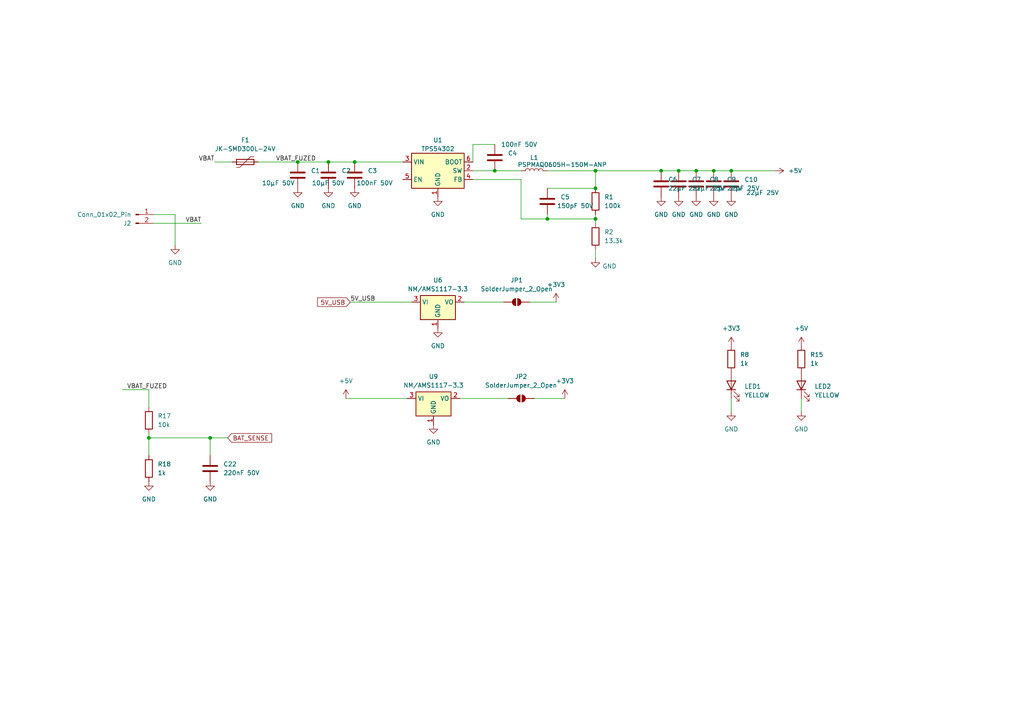
<source format=kicad_sch>
(kicad_sch (version 20231120) (generator "eeschema") (generator_version "8.0")
  (paper "A4")
  (lib_symbols
    (symbol "Connector:Conn_01x02_Pin" (pin_names (offset 1.016) hide)
      (property "Reference" "J" (at 0 2.54 0))
      (property "Value" "Conn_01x02_Pin" (at 0 -5.08 0))
      (symbol "Conn_01x02_Pin_1_1"
        (polyline (pts (xy 1.27 -2.54) (xy 0.8636 -2.54)) (stroke (width 0.1524)))
        (polyline (pts (xy 1.27 0) (xy 0.8636 0)) (stroke (width 0.1524)))
        (rectangle (start 0.8636 -2.413) (end 0 -2.667) (stroke (width 0.1524)) (fill (type outline)))
        (rectangle (start 0.8636 0.127) (end 0 -0.127) (stroke (width 0.1524)) (fill (type outline)))
        (pin passive line (at 5.08 0 180) (length 3.81) (name "Pin_1") (number "1"))
        (pin passive line (at 5.08 -2.54 180) (length 3.81) (name "Pin_2") (number "2"))
      )
    )
    (symbol "Device:C" (pin_numbers hide) (pin_names (offset 0.254))
      (property "Reference" "C" (at 0.635 2.54 0))
      (property "Value" "C" (at 0.635 -2.54 0))
      (symbol "C_0_1"
        (polyline (pts (xy -2.032 -0.762) (xy 2.032 -0.762)) (stroke (width 0.508)))
        (polyline (pts (xy -2.032 0.762) (xy 2.032 0.762)) (stroke (width 0.508)))
      )
      (symbol "C_1_1"
        (pin passive line (at 0 3.81 270) (length 2.794) (name "~") (number "1"))
        (pin passive line (at 0 -3.81 90) (length 2.794) (name "~") (number "2"))
      )
    )
    (symbol "Device:L" (pin_numbers hide) (pin_names (offset 1.016) hide)
      (property "Reference" "L" (at -1.27 0 90))
      (property "Value" "L" (at 1.905 0 90))
      (symbol "L_0_1"
        (arc (start 0 -2.54) (mid 0.6323 -1.905) (end 0 -1.27))
        (arc (start 0 -1.27) (mid 0.6323 -0.635) (end 0 0))
        (arc (start 0 0) (mid 0.6323 0.635) (end 0 1.27))
        (arc (start 0 1.27) (mid 0.6323 1.905) (end 0 2.54))
      )
      (symbol "L_1_1"
        (pin passive line (at 0 3.81 270) (length 1.27) (name "1") (number "1"))
        (pin passive line (at 0 -3.81 90) (length 1.27) (name "2") (number "2"))
      )
    )
    (symbol "Device:LED" (pin_numbers hide) (pin_names (offset 1.016) hide)
      (property "Reference" "D" (at 0 2.54 0))
      (property "Value" "LED" (at 0 -2.54 0))
      (symbol "LED_0_1"
        (polyline (pts (xy -1.27 -1.27) (xy -1.27 1.27)) (stroke (width 0.254)))
        (polyline (pts (xy -1.27 0) (xy 1.27 0)))
        (polyline (pts (xy 1.27 -1.27) (xy 1.27 1.27) (xy -1.27 0) (xy 1.27 -1.27)) (stroke (width 0.254)))
        (polyline (pts (xy -3.048 -0.762) (xy -4.572 -2.286) (xy -3.81 -2.286) (xy -4.572 -2.286) (xy -4.572 -1.524)))
        (polyline (pts (xy -1.778 -0.762) (xy -3.302 -2.286) (xy -2.54 -2.286) (xy -3.302 -2.286) (xy -3.302 -1.524)))
      )
      (symbol "LED_1_1"
        (pin passive line (at -3.81 0 0) (length 2.54) (name "K") (number "1"))
        (pin passive line (at 3.81 0 180) (length 2.54) (name "A") (number "2"))
      )
    )
    (symbol "Device:Polyfuse" (pin_numbers hide) (pin_names (offset 0))
      (property "Reference" "F" (at -2.54 0 90))
      (property "Value" "Polyfuse" (at 2.54 0 90))
      (symbol "Polyfuse_0_1"
        (rectangle (start -0.762 2.54) (end 0.762 -2.54) (stroke (width 0.254)))
        (polyline (pts (xy 0 2.54) (xy 0 -2.54)))
        (polyline (pts (xy -1.524 2.54) (xy -1.524 1.524) (xy 1.524 -1.524) (xy 1.524 -2.54)))
      )
      (symbol "Polyfuse_1_1"
        (pin passive line (at 0 3.81 270) (length 1.27) (name "~") (number "1"))
        (pin passive line (at 0 -3.81 90) (length 1.27) (name "~") (number "2"))
      )
    )
    (symbol "Device:R" (pin_numbers hide) (pin_names (offset 0))
      (property "Reference" "R" (at 2.032 0 90))
      (property "Value" "R" (at 0 0 90))
      (symbol "R_0_1"
        (rectangle (start -1.016 -2.54) (end 1.016 2.54) (stroke (width 0.254)))
      )
      (symbol "R_1_1"
        (pin passive line (at 0 3.81 270) (length 1.27) (name "~") (number "1"))
        (pin passive line (at 0 -3.81 90) (length 1.27) (name "~") (number "2"))
      )
    )
    (symbol "Jumper:SolderJumper_2_Open" (pin_numbers hide) (pin_names (offset 0) hide) (exclude_from_sim yes) (in_bom no)
      (property "Reference" "JP" (at 0 2.032 0))
      (property "Value" "SolderJumper_2_Open" (at 0 -2.54 0))
      (symbol "SolderJumper_2_Open_0_1"
        (arc (start -0.254 1.016) (mid -1.2656 0) (end -0.254 -1.016))
        (arc (start -0.254 1.016) (mid -1.2656 0) (end -0.254 -1.016) (fill (type outline)))
        (polyline (pts (xy -0.254 1.016) (xy -0.254 -1.016)))
        (polyline (pts (xy 0.254 1.016) (xy 0.254 -1.016)))
        (arc (start 0.254 -1.016) (mid 1.2656 0) (end 0.254 1.016))
        (arc (start 0.254 -1.016) (mid 1.2656 0) (end 0.254 1.016) (fill (type outline)))
      )
      (symbol "SolderJumper_2_Open_1_1"
        (pin passive line (at -3.81 0 0) (length 2.54) (name "A") (number "1"))
        (pin passive line (at 3.81 0 180) (length 2.54) (name "B") (number "2"))
      )
    )
    (symbol "Regulator_Linear:AMS1117-3.3"
      (property "Reference" "U" (at -3.81 3.175 0))
      (property "Value" "AMS1117-3.3" (at 0 3.175 0))
      (symbol "AMS1117-3.3_0_1"
        (rectangle (start -5.08 -5.08) (end 5.08 1.905) (stroke (width 0.254)) (fill (type background)))
      )
      (symbol "AMS1117-3.3_1_1"
        (pin power_in line (at 0 -7.62 90) (length 2.54) (name "GND") (number "1"))
        (pin power_out line (at 7.62 0 180) (length 2.54) (name "VO") (number "2"))
        (pin power_in line (at -7.62 0 0) (length 2.54) (name "VI") (number "3"))
      )
    )
    (symbol "Regulator_Switching:TPS54302"
      (property "Reference" "U" (at -7.62 6.35 0))
      (property "Value" "TPS54302" (at 0 6.35 0))
      (symbol "TPS54302_0_1"
        (rectangle (start -7.62 5.08) (end 7.62 -5.08) (stroke (width 0.254)) (fill (type background)))
      )
      (symbol "TPS54302_1_1"
        (pin power_in line (at 0 -7.62 90) (length 2.54) (name "GND") (number "1"))
        (pin power_out line (at 10.16 0 180) (length 2.54) (name "SW") (number "2"))
        (pin power_in line (at -10.16 2.54 0) (length 2.54) (name "VIN") (number "3"))
        (pin input line (at 10.16 -2.54 180) (length 2.54) (name "FB") (number "4"))
        (pin input line (at -10.16 -2.54 0) (length 2.54) (name "EN") (number "5"))
        (pin passive line (at 10.16 2.54 180) (length 2.54) (name "BOOT") (number "6"))
      )
    )
    (symbol "power:+3V3" (power) (pin_names (offset 0))
      (property "Value" "+3V3" (at 0 3.556 0))
      (symbol "+3V3_0_1"
        (polyline (pts (xy -0.762 1.27) (xy 0 2.54)))
        (polyline (pts (xy 0 0) (xy 0 2.54)))
        (polyline (pts (xy 0 2.54) (xy 0.762 1.27)))
      )
      (symbol "+3V3_1_1"
        (pin power_in line (at 0 0 90) (length 0) hide (name "+3V3") (number "1"))
      )
    )
    (symbol "power:+5V" (power) (pin_numbers hide) (pin_names (offset 0) hide)
      (property "Value" "+5V" (at 0 3.556 0))
      (symbol "+5V_0_1"
        (polyline (pts (xy -0.762 1.27) (xy 0 2.54)))
        (polyline (pts (xy 0 0) (xy 0 2.54)))
        (polyline (pts (xy 0 2.54) (xy 0.762 1.27)))
      )
      (symbol "+5V_1_1"
        (pin power_in line (at 0 0 90) (length 0) (name "~") (number "1"))
      )
    )
    (symbol "power:GND" (power) (pin_numbers hide) (pin_names (offset 0) hide)
      (property "Value" "GND" (at 0 -3.81 0))
      (symbol "GND_0_1"
        (polyline (pts (xy 0 0) (xy 0 -1.27) (xy 1.27 -1.27) (xy 0 -2.54) (xy -1.27 -1.27) (xy 0 -1.27)))
      )
      (symbol "GND_1_1"
        (pin power_in line (at 0 0 270) (length 0) (name "~") (number "1"))
      )
    )
  )
  (junction (at 95.25 46.99))
  (junction (at 143.51 -45.72))
  (junction (at 35.56 -48.26))
  (junction (at 172.72 54.61))
  (junction (at 212.09 49.53))
  (junction (at 128.27 -45.72))
  (junction (at 207.01 49.53))
  (junction (at 123.19 -45.72))
  (junction (at 172.72 63.5))
  (junction (at 114.3 -33.02))
  (junction (at 158.75 63.5))
  (junction (at 133.35 -45.72))
  (junction (at 114.3 -24.13))
  (junction (at 100.33 -24.13))
  (junction (at 201.93 49.53))
  (junction (at 60.96 127))
  (junction (at 43.18 127))
  (junction (at 40.64 -48.26))
  (junction (at 114.3 -45.72))
  (junction (at 196.85 49.53))
  (junction (at 191.77 49.53))
  (junction (at 102.87 46.99))
  (junction (at 138.43 -45.72))
  (junction (at 143.51 49.53))
  (junction (at 45.72 -48.26))
  (junction (at 83.82 -45.72))
  (junction (at 172.72 49.53))
  (junction (at 86.36 46.99))
  (wire (pts (xy 133.35 115.57) (xy 147.32 115.57)))
  (wire (pts (xy 35.56 -48.26) (xy 40.64 -48.26)))
  (wire (pts (xy 137.16 41.91) (xy 143.51 41.91)))
  (wire (pts (xy 35.56 113.03) (xy 43.18 113.03)))
  (wire (pts (xy 196.85 49.53) (xy 201.93 49.53)))
  (wire (pts (xy 134.62 87.63) (xy 146.05 87.63)))
  (wire (pts (xy 114.3 -45.72) (xy 123.19 -45.72)))
  (wire (pts (xy 95.25 46.99) (xy 102.87 46.99)))
  (wire (pts (xy 62.23 46.99) (xy 67.31 46.99)))
  (wire (pts (xy 100.33 -24.13) (xy 114.3 -24.13)))
  (wire (pts (xy 114.3 -24.13) (xy 114.3 -25.4)))
  (wire (pts (xy 83.82 -45.72) (xy 93.98 -45.72)))
  (wire (pts (xy 101.6 87.63) (xy 119.38 87.63)))
  (wire (pts (xy 191.77 49.53) (xy 196.85 49.53)))
  (wire (pts (xy 151.13 52.07) (xy 151.13 63.5)))
  (wire (pts (xy 172.72 49.53) (xy 191.77 49.53)))
  (wire (pts (xy 212.09 49.53) (xy 224.79 49.53)))
  (wire (pts (xy 50.8 62.23) (xy 44.45 62.23)))
  (wire (pts (xy 40.64 -48.26) (xy 45.72 -48.26)))
  (wire (pts (xy 212.09 119.38) (xy 212.09 115.57)))
  (wire (pts (xy 232.41 119.38) (xy 232.41 115.57)))
  (wire (pts (xy 43.18 127) (xy 60.96 127)))
  (wire (pts (xy 123.19 -45.72) (xy 128.27 -45.72)))
  (wire (pts (xy 114.3 -24.13) (xy 114.3 -22.86)))
  (wire (pts (xy 114.3 -45.72) (xy 114.3 -33.02)))
  (wire (pts (xy 45.72 -48.26) (xy 59.69 -48.26)))
  (wire (pts (xy 158.75 63.5) (xy 151.13 63.5)))
  (wire (pts (xy 43.18 118.11) (xy 43.18 113.03)))
  (wire (pts (xy 133.35 -45.72) (xy 138.43 -45.72)))
  (wire (pts (xy 60.96 127) (xy 60.96 132.08)))
  (wire (pts (xy 102.87 46.99) (xy 116.84 46.99)))
  (wire (pts (xy 201.93 49.53) (xy 207.01 49.53)))
  (wire (pts (xy 20.32 -48.26) (xy 35.56 -48.26)))
  (wire (pts (xy 80.01 -48.26) (xy 80.01 -53.34)))
  (wire (pts (xy 158.75 49.53) (xy 172.72 49.53)))
  (wire (pts (xy 50.8 71.12) (xy 50.8 62.23)))
  (wire (pts (xy 143.51 49.53) (xy 151.13 49.53)))
  (wire (pts (xy 172.72 74.93) (xy 172.72 72.39)))
  (wire (pts (xy 158.75 54.61) (xy 172.72 54.61)))
  (wire (pts (xy 153.67 87.63) (xy 161.29 87.63)))
  (wire (pts (xy 172.72 63.5) (xy 172.72 64.77)))
  (wire (pts (xy 172.72 49.53) (xy 172.72 54.61)))
  (wire (pts (xy 151.13 52.07) (xy 137.16 52.07)))
  (wire (pts (xy 143.51 -45.72) (xy 190.5 -45.72)))
  (wire (pts (xy 137.16 46.99) (xy 137.16 41.91)))
  (wire (pts (xy 43.18 125.73) (xy 43.18 127)))
  (wire (pts (xy 80.01 -43.18) (xy 80.01 -24.13)))
  (wire (pts (xy 74.93 46.99) (xy 86.36 46.99)))
  (wire (pts (xy 100.33 115.57) (xy 118.11 115.57)))
  (wire (pts (xy 207.01 49.53) (xy 212.09 49.53)))
  (wire (pts (xy 158.75 63.5) (xy 172.72 63.5)))
  (wire (pts (xy 137.16 49.53) (xy 143.51 49.53)))
  (wire (pts (xy 154.94 115.57) (xy 163.83 115.57)))
  (wire (pts (xy 128.27 -45.72) (xy 133.35 -45.72)))
  (wire (pts (xy 86.36 46.99) (xy 95.25 46.99)))
  (wire (pts (xy 101.6 -45.72) (xy 114.3 -45.72)))
  (wire (pts (xy 158.75 62.23) (xy 158.75 63.5)))
  (wire (pts (xy 172.72 63.5) (xy 172.72 62.23)))
  (wire (pts (xy 138.43 -45.72) (xy 143.51 -45.72)))
  (wire (pts (xy 100.33 -33.02) (xy 114.3 -33.02)))
  (wire (pts (xy 80.01 -53.34) (xy 83.82 -53.34)))
  (wire (pts (xy 80.01 -24.13) (xy 100.33 -24.13)))
  (wire (pts (xy 60.96 127) (xy 66.04 127)))
  (wire (pts (xy 58.42 64.77) (xy 44.45 64.77)))
  (wire (pts (xy 100.33 -25.4) (xy 100.33 -24.13)))
  (wire (pts (xy 114.3 -12.7) (xy 114.3 -15.24)))
  (wire (pts (xy 80.01 -45.72) (xy 83.82 -45.72)))
  (wire (pts (xy 43.18 127) (xy 43.18 132.08)))
  (rectangle (start 3.81 -62.23) (end 205.74 -5.08))
  (text "not in the circuit" (at 12.446 -60.452 0) (effects (font (size 1.27 1.27))))
  (label "VBAT" (at 58.42 64.77 180))
  (label "VBAT" (at 62.23 46.99 180))
  (label "VBAT_FUZED" (at 80.01 46.99 0))
  (label "VBAT" (at 20.32 -48.26 180))
  (label "VBAT_FUZED" (at 36.83 113.03 0))
  (label "5V_USB" (at 101.6 87.63 0))
  (global_label "5V_USB" (shape input) (at 101.6 87.63 180) (property "Intersheetrefs" "${INTERSHEET_REFS}" (effects (hide yes))))
  (global_label "BAT_SENSE" (shape input) (at 66.04 127 0) (property "Intersheetrefs" "${INTERSHEET_REFS}" (effects (hide yes))))
  (symbol (lib_id "Connector:Conn_01x02_Pin") (at 39.37 62.23 0) (unit 1) (in_bom no)
    (property "Reference" "J2" (at 38.1 64.7701 0) (effects (justify right)))
    (property "Value" "Conn_01x02_Pin" (at 38.1 62.2301 0) (effects (justify right)))
    (property "Footprint" "Connector_AMASS:AMASS_XT30U-F_1x02_P5.0mm_Vertical" (effects (hide yes)))
    (property "Description" "Generic connector, single row, 01x02, script generated" (effects (hide yes)))
  )
  (symbol (lib_id "power:GND") (at 125.73 123.19 0) (unit 1)
    (property "Reference" "#PWR091" (effects (hide yes)))
    (property "Value" "GND" (at 125.73 128.27 0))
  )
  (symbol (lib_id "power:GND") (at 207.01 57.15 0) (unit 1)
    (property "Reference" "#PWR010" (effects (hide yes)))
    (property "Value" "GND" (at 207.01 62.23 0))
  )
  (symbol (lib_id "power:GND") (at 35.56 -40.64 0) (unit 1) (on_board no)
    (property "Reference" "#PWR026" (effects (hide yes)))
    (property "Value" "GND" (at 35.56 -35.56 0))
  )
  (symbol (lib_id "Device:C") (at 143.51 -41.91 0) (unit 1) (on_board no)
    (property "Reference" "C20" (at 147.32 -43.18 0) (effects (justify left)))
    (property "Value" "47µF 6.3V" (at 147.32 -40.64 0) (effects (justify left)))
    (property "Footprint" "Capacitor_SMD:C_0805_2012Metric" (effects (hide yes)))
  )
  (symbol (lib_id "Device:C") (at 123.19 -41.91 0) (unit 1) (on_board no)
    (property "Reference" "C16" (at 127 -43.18 0) (effects (justify left)))
    (property "Value" "47µF 6.3V" (at 127 -40.64 0) (effects (justify left)))
    (property "Footprint" "Capacitor_SMD:C_0805_2012Metric" (effects (hide yes)))
  )
  (symbol (lib_id "Regulator_Switching:TPS54302") (at 69.85 -45.72 0) (unit 1) (on_board no)
    (property "Reference" "U4" (at 69.85 -54.61 0))
    (property "Value" "TPS54302" (at 69.85 -52.07 0))
    (property "Footprint" "Package_TO_SOT_SMD:SOT-23-6" (effects (hide yes)))
    (property "Datasheet" "http://www.ti.com/lit/ds/symlink/tps54302.pdf" (effects (hide yes)))
  )
  (symbol (lib_id "power:GND") (at 95.25 54.61 0) (unit 1)
    (property "Reference" "#PWR03" (effects (hide yes)))
    (property "Value" "GND" (at 95.25 59.69 0))
  )
  (symbol (lib_id "Device:LED") (at 212.09 111.76 90) (unit 1)
    (property "Reference" "LED1" (at 215.9 112.0775 90) (effects (justify right)))
    (property "Value" "YELLOW" (at 215.9 114.6175 90) (effects (justify right)))
    (property "Footprint" "LED_SMD:LED_0805_2012Metric" (effects (hide yes)))
  )
  (symbol (lib_id "Device:R") (at 114.3 -29.21 0) (unit 1) (on_board no)
    (property "Reference" "R9" (at 116.84 -30.4801 0) (effects (justify left)))
    (property "Value" "100k" (at 116.84 -27.9401 0) (effects (justify left)))
    (property "Footprint" "Resistor_SMD:R_0603_1608Metric" (effects (hide yes)))
  )
  (symbol (lib_id "power:GND") (at 212.09 57.15 0) (unit 1)
    (property "Reference" "#PWR011" (effects (hide yes)))
    (property "Value" "GND" (at 212.09 62.23 0))
  )
  (symbol (lib_id "power:GND") (at 102.87 54.61 0) (unit 1)
    (property "Reference" "#PWR04" (effects (hide yes)))
    (property "Value" "GND" (at 102.87 59.69 0))
  )
  (symbol (lib_id "power:+5V") (at 100.33 115.57 0) (unit 1)
    (property "Reference" "#PWR093" (effects (hide yes)))
    (property "Value" "+5V" (at 100.33 110.49 0))
    (property "Description" "Power symbol creates a global label with name \"+5V\"" (effects (hide yes)))
  )
  (symbol (lib_id "Device:C") (at 207.01 53.34 0) (unit 1)
    (property "Reference" "C9" (at 210.82 52.07 0) (effects (justify left)))
    (property "Value" "22µF 25V" (at 210.82 54.61 0) (effects (justify left)))
    (property "Footprint" "Capacitor_SMD:C_0805_2012Metric" (effects (hide yes)))
  )
  (symbol (lib_id "power:+3V3") (at 161.29 87.63 0) (unit 1)
    (property "Reference" "#PWR043" (effects (hide yes)))
    (property "Value" "+3V3" (at 161.29 82.55 0))
  )
  (symbol (lib_id "Device:C") (at 40.64 -44.45 0) (unit 1) (on_board no)
    (property "Reference" "C12" (at 44.45 -45.72 0) (effects (justify left)))
    (property "Value" "22µF 25V" (at 36.068 -40.894 0) (effects (justify left)))
    (property "Footprint" "Capacitor_SMD:C_0805_2012Metric" (effects (hide yes)))
  )
  (symbol (lib_id "Regulator_Linear:AMS1117-3.3") (at 125.73 115.57 0) (unit 1)
    (property "Reference" "U9" (at 125.73 109.22 0))
    (property "Value" "NM/AMS1117-3.3" (at 125.73 111.76 0))
    (property "Footprint" "Package_TO_SOT_SMD:SOT-223-3_TabPin2" (effects (hide yes)))
    (property "Datasheet" "http://www.advanced-monolithic.com/pdf/ds1117.pdf" (effects (hide yes)))
  )
  (symbol (lib_id "Device:Polyfuse") (at 71.12 46.99 90) (unit 1)
    (property "Reference" "F1" (at 71.12 40.64 90))
    (property "Value" "JK-SMD300L-24V" (at 71.12 43.18 90))
    (property "Footprint" "Fuse:Fuse_2920_7451Metric" (effects (hide yes)))
    (property "Description" "Resettable fuse, polymeric positive temperature coefficient" (effects (hide yes)))
  )
  (symbol (lib_id "power:+3V3") (at 190.5 -45.72 270) (unit 1) (on_board no)
    (property "Reference" "#PWR036" (effects (hide yes)))
    (property "Value" "+3V3" (at 194.31 -45.7201 90) (effects (justify left)))
  )
  (symbol (lib_id "Device:C") (at 45.72 -44.45 0) (unit 1) (on_board no)
    (property "Reference" "C13" (at 49.53 -45.72 0) (effects (justify left)))
    (property "Value" "22µF 25V" (at 46.482 -40.64 0) (effects (justify left)))
    (property "Footprint" "Capacitor_SMD:C_0805_2012Metric" (effects (hide yes)))
  )
  (symbol (lib_id "power:GND") (at 196.85 57.15 0) (unit 1)
    (property "Reference" "#PWR08" (effects (hide yes)))
    (property "Value" "GND" (at 196.85 62.23 0))
  )
  (symbol (lib_id "power:GND") (at 86.36 54.61 0) (unit 1)
    (property "Reference" "#PWR02" (effects (hide yes)))
    (property "Value" "GND" (at 86.36 59.69 0))
  )
  (symbol (lib_id "power:+3V3") (at 163.83 115.57 0) (unit 1)
    (property "Reference" "#PWR092" (effects (hide yes)))
    (property "Value" "+3V3" (at 163.83 110.49 0))
  )
  (symbol (lib_id "Device:C") (at 86.36 50.8 0) (unit 1)
    (property "Reference" "C1" (at 90.17 49.53 0) (effects (justify left)))
    (property "Value" "10µF 50V" (at 75.946 53.086 0) (effects (justify left)))
    (property "Footprint" "Capacitor_SMD:C_1206_3216Metric" (effects (hide yes)))
  )
  (symbol (lib_id "power:GND") (at 143.51 -38.1 0) (unit 1) (on_board no)
    (property "Reference" "#PWR035" (effects (hide yes)))
    (property "Value" "GND" (at 143.51 -33.02 0))
  )
  (symbol (lib_id "power:+3V3") (at 232.41 100.33 0) (unit 1)
    (property "Reference" "#PWR058" (effects (hide yes)))
    (property "Value" "+5V" (at 232.41 95.25 0))
  )
  (symbol (lib_id "Device:C") (at 83.82 -49.53 0) (unit 1) (on_board no)
    (property "Reference" "C14" (at 84.328 -55.372 0) (effects (justify left)))
    (property "Value" "220nF 50V" (at 85.598 -51.816 0) (effects (justify left)))
    (property "Footprint" "Capacitor_SMD:C_0402_1005Metric" (effects (hide yes)))
  )
  (symbol (lib_id "Device:L") (at 154.94 49.53 90) (unit 1)
    (property "Reference" "L1" (at 154.94 45.72 90))
    (property "Value" "PSPMAQ0605H-150M-ANP" (at 163.068 47.752 90))
    (property "Footprint" "7Robot_lib:Prod_Tech_7.1x6.6mm" (effects (hide yes)))
  )
  (symbol (lib_id "power:GND") (at 40.64 -40.64 0) (unit 1) (on_board no)
    (property "Reference" "#PWR027" (effects (hide yes)))
    (property "Value" "GND" (at 40.64 -35.56 0))
  )
  (symbol (lib_id "Device:C") (at 212.09 53.34 0) (unit 1)
    (property "Reference" "C10" (at 215.9 52.07 0) (effects (justify left)))
    (property "Value" "22µF 25V" (at 216.408 55.88 0) (effects (justify left)))
    (property "Footprint" "Capacitor_SMD:C_0805_2012Metric" (effects (hide yes)))
  )
  (symbol (lib_id "Device:C") (at 100.33 -29.21 0) (unit 1) (on_board no)
    (property "Reference" "C15" (at 104.14 -30.4801 0) (effects (justify left)))
    (property "Value" "150pF 50V" (at 103.124 -27.94 0) (effects (justify left)))
    (property "Footprint" "Capacitor_SMD:C_1206_3216Metric" (effects (hide yes)))
  )
  (symbol (lib_id "power:GND") (at 128.27 -38.1 0) (unit 1) (on_board no)
    (property "Reference" "#PWR032" (effects (hide yes)))
    (property "Value" "GND" (at 128.27 -33.02 0))
  )
  (symbol (lib_id "Device:L") (at 97.79 -45.72 90) (unit 1) (on_board no)
    (property "Reference" "L2" (at 97.79 -49.53 90))
    (property "Value" "PSPMAQ0605H-150M-ANP" (at 97.79 -46.99 90))
    (property "Footprint" "7Robot_lib:Prod_Tech_7.1x6.6mm" (effects (hide yes)))
  )
  (symbol (lib_id "Device:C") (at 138.43 -41.91 0) (unit 1) (on_board no)
    (property "Reference" "C19" (at 142.24 -43.18 0) (effects (justify left)))
    (property "Value" "47µF 6.3V" (at 142.24 -40.64 0) (effects (justify left)))
    (property "Footprint" "Capacitor_SMD:C_0805_2012Metric" (effects (hide yes)))
  )
  (symbol (lib_id "Device:LED") (at 232.41 111.76 90) (unit 1)
    (property "Reference" "LED2" (at 236.22 112.0775 90) (effects (justify right)))
    (property "Value" "YELLOW" (at 236.22 114.6175 90) (effects (justify right)))
    (property "Footprint" "LED_SMD:LED_0805_2012Metric" (effects (hide yes)))
  )
  (symbol (lib_id "Device:R") (at 212.09 104.14 180) (unit 1)
    (property "Reference" "R8" (at 214.63 102.87 0) (effects (justify right)))
    (property "Value" "1k" (at 214.63 105.41 0) (effects (justify right)))
    (property "Footprint" "Resistor_SMD:R_0402_1005Metric" (effects (hide yes)))
  )
  (symbol (lib_id "Device:C") (at 95.25 50.8 0) (unit 1)
    (property "Reference" "C2" (at 99.06 49.53 0) (effects (justify left)))
    (property "Value" "10µF 50V" (at 90.424 53.086 0) (effects (justify left)))
    (property "Footprint" "Capacitor_SMD:C_1206_3216Metric" (effects (hide yes)))
  )
  (symbol (lib_id "Device:C") (at 35.56 -44.45 0) (unit 1) (on_board no)
    (property "Reference" "C11" (at 39.37 -45.72 0) (effects (justify left)))
    (property "Value" "22µF 25V" (at 26.162 -40.894 0) (effects (justify left)))
    (property "Footprint" "Capacitor_SMD:C_0805_2012Metric" (effects (hide yes)))
  )
  (symbol (lib_id "Device:C") (at 133.35 -41.91 0) (unit 1) (on_board no)
    (property "Reference" "C18" (at 137.16 -43.18 0) (effects (justify left)))
    (property "Value" "47µF 6.3V" (at 137.16 -40.64 0) (effects (justify left)))
    (property "Footprint" "Capacitor_SMD:C_0805_2012Metric" (effects (hide yes)))
  )
  (symbol (lib_id "power:GND") (at 114.3 -12.7 0) (unit 1) (on_board no)
    (property "Reference" "#PWR030" (effects (hide yes)))
    (property "Value" "GND" (at 114.3 -7.62 0))
  )
  (symbol (lib_id "power:GND") (at 45.72 -40.64 0) (unit 1) (on_board no)
    (property "Reference" "#PWR028" (effects (hide yes)))
    (property "Value" "GND" (at 45.72 -35.56 0))
  )
  (symbol (lib_id "Jumper:SolderJumper_2_Open") (at 151.13 115.57 0) (unit 1) (exclude_from_sim yes) (in_bom no)
    (property "Reference" "JP2" (at 151.13 109.22 0))
    (property "Value" "SolderJumper_2_Open" (at 151.13 111.76 0))
    (property "Footprint" "Jumper:SolderJumper-2_P1.3mm_Open_RoundedPad1.0x1.5mm" (effects (hide yes)))
    (property "Description" "Solder Jumper, 2-pole, open" (effects (hide yes)))
  )
  (symbol (lib_id "Device:R") (at 172.72 68.58 0) (unit 1)
    (property "Reference" "R2" (at 175.26 67.3099 0) (effects (justify left)))
    (property "Value" "13.3k" (at 175.26 69.8499 0) (effects (justify left)))
    (property "Footprint" "Resistor_SMD:R_0603_1608Metric" (effects (hide yes)))
  )
  (symbol (lib_id "power:GND") (at 123.19 -38.1 0) (unit 1) (on_board no)
    (property "Reference" "#PWR031" (effects (hide yes)))
    (property "Value" "GND" (at 123.19 -33.02 0))
  )
  (symbol (lib_id "Device:R") (at 114.3 -19.05 0) (unit 1) (on_board no)
    (property "Reference" "R10" (at 116.84 -20.3201 0) (effects (justify left)))
    (property "Value" "13.3k" (at 116.84 -17.7801 0) (effects (justify left)))
    (property "Footprint" "Resistor_SMD:R_0603_1608Metric" (effects (hide yes)))
  )
  (symbol (lib_id "Device:R") (at 43.18 121.92 180) (unit 1)
    (property "Reference" "R17" (at 45.72 120.6499 0) (effects (justify right)))
    (property "Value" "10k" (at 45.72 123.1899 0) (effects (justify right)))
    (property "Footprint" "Resistor_SMD:R_0402_1005Metric" (effects (hide yes)))
  )
  (symbol (lib_id "power:GND") (at 127 95.25 0) (unit 1)
    (property "Reference" "#PWR041" (effects (hide yes)))
    (property "Value" "GND" (at 127 100.33 0))
  )
  (symbol (lib_id "power:GND") (at 232.41 119.38 0) (unit 1)
    (property "Reference" "#PWR059" (effects (hide yes)))
    (property "Value" "GND" (at 232.41 124.46 0))
  )
  (symbol (lib_id "Device:C") (at 191.77 53.34 0) (unit 1)
    (property "Reference" "C6" (at 193.802 52.07 0) (effects (justify left)))
    (property "Value" "22µF 25V" (at 193.802 54.61 0) (effects (justify left)))
    (property "Footprint" "Capacitor_SMD:C_0805_2012Metric" (effects (hide yes)))
  )
  (symbol (lib_id "power:GND") (at 212.09 119.38 0) (unit 1)
    (property "Reference" "#PWR025" (effects (hide yes)))
    (property "Value" "GND" (at 212.09 124.46 0))
  )
  (symbol (lib_id "power:GND") (at 172.72 74.93 0) (unit 1)
    (property "Reference" "#PWR06" (effects (hide yes)))
    (property "Value" "GND" (at 176.784 77.216 0))
  )
  (symbol (lib_id "power:GND") (at 69.85 -38.1 0) (unit 1) (on_board no)
    (property "Reference" "#PWR029" (effects (hide yes)))
    (property "Value" "GND" (at 69.85 -33.02 0))
  )
  (symbol (lib_id "Device:C") (at 196.85 53.34 0) (unit 1)
    (property "Reference" "C7" (at 200.66 52.07 0) (effects (justify left)))
    (property "Value" "22µF 25V" (at 200.66 54.61 0) (effects (justify left)))
    (property "Footprint" "Capacitor_SMD:C_0805_2012Metric" (effects (hide yes)))
  )
  (symbol (lib_id "power:+5V") (at 224.79 49.53 270) (unit 1)
    (property "Reference" "#PWR020" (effects (hide yes)))
    (property "Value" "+5V" (at 228.6 49.5299 90) (effects (justify left)))
    (property "Description" "Power symbol creates a global label with name \"+5V\"" (effects (hide yes)))
  )
  (symbol (lib_id "Device:C") (at 60.96 135.89 0) (unit 1)
    (property "Reference" "C22" (at 64.77 134.6199 0) (effects (justify left)))
    (property "Value" "220nF 50V" (at 64.77 137.1599 0) (effects (justify left)))
    (property "Footprint" "Capacitor_SMD:C_0402_1005Metric" (effects (hide yes)))
  )
  (symbol (lib_id "Device:C") (at 128.27 -41.91 0) (unit 1) (on_board no)
    (property "Reference" "C17" (at 132.08 -43.18 0) (effects (justify left)))
    (property "Value" "47µF 6.3V" (at 132.08 -40.64 0) (effects (justify left)))
    (property "Footprint" "Capacitor_SMD:C_0805_2012Metric" (effects (hide yes)))
  )
  (symbol (lib_id "power:GND") (at 191.77 57.15 0) (unit 1)
    (property "Reference" "#PWR07" (effects (hide yes)))
    (property "Value" "GND" (at 191.77 62.23 0))
  )
  (symbol (lib_id "Device:C") (at 143.51 45.72 0) (unit 1)
    (property "Reference" "C4" (at 147.32 44.45 0) (effects (justify left)))
    (property "Value" "100nF 50V" (at 145.288 41.91 0) (effects (justify left)))
    (property "Footprint" "Capacitor_SMD:C_0402_1005Metric" (effects (hide yes)))
  )
  (symbol (lib_id "Device:C") (at 201.93 53.34 0) (unit 1)
    (property "Reference" "C8" (at 205.74 52.07 0) (effects (justify left)))
    (property "Value" "22µF 25V" (at 205.74 54.61 0) (effects (justify left)))
    (property "Footprint" "Capacitor_SMD:C_0805_2012Metric" (effects (hide yes)))
  )
  (symbol (lib_id "power:GND") (at 201.93 57.15 0) (unit 1)
    (property "Reference" "#PWR09" (effects (hide yes)))
    (property "Value" "GND" (at 201.93 62.23 0))
  )
  (symbol (lib_id "power:GND") (at 127 57.15 0) (unit 1)
    (property "Reference" "#PWR05" (effects (hide yes)))
    (property "Value" "GND" (at 127 62.23 0))
  )
  (symbol (lib_id "power:GND") (at 138.43 -38.1 0) (unit 1) (on_board no)
    (property "Reference" "#PWR034" (effects (hide yes)))
    (property "Value" "GND" (at 138.43 -33.02 0))
  )
  (symbol (lib_id "Device:C") (at 158.75 58.42 0) (unit 1)
    (property "Reference" "C5" (at 162.56 57.1499 0) (effects (justify left)))
    (property "Value" "150pF 50V" (at 161.544 59.69 0) (effects (justify left)))
    (property "Footprint" "Capacitor_SMD:C_1206_3216Metric" (effects (hide yes)))
  )
  (symbol (lib_id "Jumper:SolderJumper_2_Open") (at 149.86 87.63 0) (unit 1) (exclude_from_sim yes) (in_bom no)
    (property "Reference" "JP1" (at 149.86 81.28 0))
    (property "Value" "SolderJumper_2_Open" (at 149.86 83.82 0))
    (property "Footprint" "Jumper:SolderJumper-2_P1.3mm_Open_RoundedPad1.0x1.5mm" (effects (hide yes)))
    (property "Description" "Solder Jumper, 2-pole, open" (effects (hide yes)))
  )
  (symbol (lib_id "power:GND") (at 43.18 139.7 0) (unit 1)
    (property "Reference" "#PWR042" (effects (hide yes)))
    (property "Value" "GND" (at 43.18 144.78 0))
  )
  (symbol (lib_id "Regulator_Linear:AMS1117-3.3") (at 127 87.63 0) (unit 1)
    (property "Reference" "U6" (at 127 81.28 0))
    (property "Value" "NM/AMS1117-3.3" (at 127 83.82 0))
    (property "Footprint" "Package_TO_SOT_SMD:SOT-223-3_TabPin2" (effects (hide yes)))
    (property "Datasheet" "http://www.advanced-monolithic.com/pdf/ds1117.pdf" (effects (hide yes)))
  )
  (symbol (lib_id "power:+3V3") (at 212.09 100.33 0) (unit 1)
    (property "Reference" "#PWR021" (effects (hide yes)))
    (property "Value" "+3V3" (at 212.09 95.25 0))
  )
  (symbol (lib_id "Device:R") (at 172.72 58.42 0) (unit 1)
    (property "Reference" "R1" (at 175.26 57.1499 0) (effects (justify left)))
    (property "Value" "100k" (at 175.26 59.6899 0) (effects (justify left)))
    (property "Footprint" "Resistor_SMD:R_0603_1608Metric" (effects (hide yes)))
  )
  (symbol (lib_id "Device:R") (at 232.41 104.14 180) (unit 1)
    (property "Reference" "R15" (at 234.95 102.87 0) (effects (justify right)))
    (property "Value" "1k" (at 234.95 105.41 0) (effects (justify right)))
    (property "Footprint" "Resistor_SMD:R_0402_1005Metric" (effects (hide yes)))
  )
  (symbol (lib_id "power:GND") (at 50.8 71.12 0) (unit 1)
    (property "Reference" "#PWR013" (effects (hide yes)))
    (property "Value" "GND" (at 50.8 76.2 0))
    (property "Description" "Power symbol creates a global label with name \"GND\" , ground" (effects (hide yes)))
  )
  (symbol (lib_id "Device:C") (at 102.87 50.8 0) (unit 1)
    (property "Reference" "C3" (at 106.68 49.53 0) (effects (justify left)))
    (property "Value" "100nF 50V" (at 103.378 53.086 0) (effects (justify left)))
    (property "Footprint" "Capacitor_SMD:C_0805_2012Metric" (effects (hide yes)))
  )
  (symbol (lib_id "Device:R") (at 43.18 135.89 180) (unit 1)
    (property "Reference" "R18" (at 45.72 134.62 0) (effects (justify right)))
    (property "Value" "1k" (at 45.72 137.16 0) (effects (justify right)))
    (property "Footprint" "Resistor_SMD:R_0402_1005Metric" (effects (hide yes)))
  )
  (symbol (lib_id "Regulator_Switching:TPS54302") (at 127 49.53 0) (unit 1)
    (property "Reference" "U1" (at 127 40.64 0))
    (property "Value" "TPS54302" (at 127 43.18 0))
    (property "Footprint" "Package_TO_SOT_SMD:SOT-23-6" (effects (hide yes)))
    (property "Datasheet" "http://www.ti.com/lit/ds/symlink/tps54302.pdf" (effects (hide yes)))
  )
  (symbol (lib_id "power:GND") (at 133.35 -38.1 0) (unit 1) (on_board no)
    (property "Reference" "#PWR033" (effects (hide yes)))
    (property "Value" "GND" (at 133.35 -33.02 0))
  )
  (symbol (lib_id "power:GND") (at 60.96 139.7 0) (unit 1)
    (property "Reference" "#PWR044" (effects (hide yes)))
    (property "Value" "GND" (at 60.96 144.78 0))
  )
)
</source>
